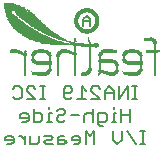
<source format=gbr>
G04 EAGLE Gerber RS-274X export*
G75*
%MOMM*%
%FSLAX34Y34*%
%LPD*%
%INSilkscreen Bottom*%
%IPPOS*%
%AMOC8*
5,1,8,0,0,1.08239X$1,22.5*%
G01*
%ADD10C,0.177800*%
%ADD11R,0.137159X0.015241*%
%ADD12R,0.594359X0.015241*%
%ADD13R,0.335281X0.015241*%
%ADD14R,0.594363X0.015241*%
%ADD15R,0.243841X0.015238*%
%ADD16R,0.822959X0.015238*%
%ADD17R,0.472441X0.015238*%
%ADD18R,0.015238X0.015238*%
%ADD19R,0.426719X0.015238*%
%ADD20R,0.243838X0.015238*%
%ADD21R,0.822963X0.015238*%
%ADD22R,0.243841X0.015241*%
%ADD23R,0.975359X0.015241*%
%ADD24R,0.563878X0.015241*%
%ADD25R,0.030478X0.015241*%
%ADD26R,0.502919X0.015241*%
%ADD27R,0.243838X0.015241*%
%ADD28R,1.082037X0.015241*%
%ADD29R,0.655319X0.015241*%
%ADD30R,0.045719X0.015241*%
%ADD31R,0.548641X0.015241*%
%ADD32R,1.082041X0.015241*%
%ADD33R,1.203959X0.015241*%
%ADD34R,0.731522X0.015241*%
%ADD35R,0.060959X0.015241*%
%ADD36R,0.579119X0.015241*%
%ADD37R,1.188719X0.015241*%
%ADD38R,1.280163X0.015241*%
%ADD39R,0.792478X0.015241*%
%ADD40R,0.076200X0.015241*%
%ADD41R,1.280159X0.015241*%
%ADD42R,1.371600X0.015238*%
%ADD43R,0.868681X0.015238*%
%ADD44R,0.091438X0.015238*%
%ADD45R,0.624841X0.015238*%
%ADD46R,1.417319X0.015241*%
%ADD47R,0.929641X0.015241*%
%ADD48R,0.091438X0.015241*%
%ADD49R,0.640078X0.015241*%
%ADD50R,1.432559X0.015241*%
%ADD51R,0.975363X0.015241*%
%ADD52R,0.106678X0.015241*%
%ADD53R,1.447800X0.015241*%
%ADD54R,1.036319X0.015241*%
%ADD55R,0.121919X0.015241*%
%ADD56R,0.670559X0.015241*%
%ADD57R,1.463037X0.015241*%
%ADD58R,1.097278X0.015241*%
%ADD59R,0.685800X0.015241*%
%ADD60R,1.463041X0.015241*%
%ADD61R,1.478278X0.015238*%
%ADD62R,1.143000X0.015238*%
%ADD63R,0.152400X0.015238*%
%ADD64R,0.701041X0.015238*%
%ADD65R,1.493519X0.015241*%
%ADD66R,1.188722X0.015241*%
%ADD67R,0.167637X0.015241*%
%ADD68R,0.701037X0.015241*%
%ADD69R,1.508759X0.015241*%
%ADD70R,1.219200X0.015241*%
%ADD71R,0.182878X0.015241*%
%ADD72R,1.524000X0.015241*%
%ADD73R,0.198119X0.015241*%
%ADD74R,0.426719X0.015241*%
%ADD75R,0.777241X0.015241*%
%ADD76R,0.213359X0.015241*%
%ADD77R,0.518159X0.015241*%
%ADD78R,0.411478X0.015238*%
%ADD79R,0.396238X0.015238*%
%ADD80R,0.365759X0.015238*%
%ADD81R,0.685800X0.015238*%
%ADD82R,0.213359X0.015238*%
%ADD83R,0.441959X0.015238*%
%ADD84R,0.411481X0.015238*%
%ADD85R,0.396241X0.015238*%
%ADD86R,0.365759X0.015241*%
%ADD87R,0.335278X0.015241*%
%ADD88R,0.868678X0.015241*%
%ADD89R,0.396241X0.015241*%
%ADD90R,0.365762X0.015241*%
%ADD91R,0.350519X0.015241*%
%ADD92R,0.320041X0.015241*%
%ADD93R,0.350522X0.015241*%
%ADD94R,0.304800X0.015241*%
%ADD95R,0.731519X0.015241*%
%ADD96R,0.320038X0.015241*%
%ADD97R,0.289559X0.015241*%
%ADD98R,0.289559X0.015238*%
%ADD99R,0.274319X0.015238*%
%ADD100R,0.609600X0.015238*%
%ADD101R,0.304800X0.015238*%
%ADD102R,0.274322X0.015241*%
%ADD103R,0.274319X0.015241*%
%ADD104R,0.259081X0.015241*%
%ADD105R,0.457200X0.015241*%
%ADD106R,0.411478X0.015241*%
%ADD107R,0.259081X0.015238*%
%ADD108R,0.259078X0.015238*%
%ADD109R,0.259078X0.015241*%
%ADD110R,0.228600X0.015241*%
%ADD111R,0.228600X0.015238*%
%ADD112R,0.274322X0.015238*%
%ADD113R,1.295400X0.015241*%
%ADD114R,1.386841X0.015241*%
%ADD115R,1.478281X0.015241*%
%ADD116R,1.508763X0.015238*%
%ADD117R,0.320041X0.015238*%
%ADD118R,1.508759X0.015238*%
%ADD119R,1.539241X0.015241*%
%ADD120R,1.569722X0.015241*%
%ADD121R,1.584963X0.015241*%
%ADD122R,0.441959X0.015241*%
%ADD123R,1.584959X0.015241*%
%ADD124R,1.600200X0.015241*%
%ADD125R,0.640081X0.015241*%
%ADD126R,1.615441X0.015238*%
%ADD127R,0.899163X0.015238*%
%ADD128R,1.630681X0.015241*%
%ADD129R,1.127759X0.015241*%
%ADD130R,1.645922X0.015241*%
%ADD131R,1.569719X0.015241*%
%ADD132R,1.661163X0.015241*%
%ADD133R,1.554478X0.015241*%
%ADD134R,1.661159X0.015241*%
%ADD135R,1.661163X0.015238*%
%ADD136R,1.539238X0.015238*%
%ADD137R,1.661159X0.015238*%
%ADD138R,1.676400X0.015241*%
%ADD139R,0.381000X0.015241*%
%ADD140R,1.478278X0.015241*%
%ADD141R,1.432559X0.015238*%
%ADD142R,1.402078X0.015241*%
%ADD143R,1.356359X0.015241*%
%ADD144R,1.310638X0.015241*%
%ADD145R,0.381000X0.015238*%
%ADD146R,0.472441X0.015241*%
%ADD147R,0.289563X0.015241*%
%ADD148R,0.472438X0.015241*%
%ADD149R,0.533400X0.015241*%
%ADD150R,0.548638X0.015238*%
%ADD151R,0.320038X0.015238*%
%ADD152R,0.716281X0.015241*%
%ADD153R,0.411481X0.015241*%
%ADD154R,0.015238X0.015241*%
%ADD155R,0.426722X0.015241*%
%ADD156R,0.883919X0.015241*%
%ADD157R,0.502922X0.015241*%
%ADD158R,0.487678X0.015241*%
%ADD159R,0.746759X0.015241*%
%ADD160R,0.487681X0.015241*%
%ADD161R,0.579122X0.015241*%
%ADD162R,0.914400X0.015238*%
%ADD163R,1.447800X0.015238*%
%ADD164R,0.350519X0.015238*%
%ADD165R,0.563881X0.015238*%
%ADD166R,0.198119X0.015238*%
%ADD167R,1.051559X0.015238*%
%ADD168R,0.182881X0.015241*%
%ADD169R,1.021078X0.015241*%
%ADD170R,0.960119X0.015241*%
%ADD171R,1.402081X0.015241*%
%ADD172R,1.234441X0.015241*%
%ADD173R,0.167641X0.015241*%
%ADD174R,1.005841X0.015241*%
%ADD175R,0.990600X0.015241*%
%ADD176R,1.386838X0.015241*%
%ADD177R,0.152400X0.015241*%
%ADD178R,1.143000X0.015241*%
%ADD179R,1.356363X0.015241*%
%ADD180R,0.944878X0.015241*%
%ADD181R,1.036319X0.015238*%
%ADD182R,1.325881X0.015238*%
%ADD183R,1.402078X0.015238*%
%ADD184R,1.112522X0.015238*%
%ADD185R,0.137159X0.015238*%
%ADD186R,1.051559X0.015241*%
%ADD187R,1.066800X0.015241*%
%ADD188R,1.264919X0.015241*%
%ADD189R,1.371600X0.015241*%
%ADD190R,0.106681X0.015241*%
%ADD191R,0.853441X0.015241*%
%ADD192R,1.112519X0.015241*%
%ADD193R,1.203963X0.015241*%
%ADD194R,0.091441X0.015241*%
%ADD195R,0.822959X0.015241*%
%ADD196R,1.173481X0.015241*%
%ADD197R,1.341119X0.015241*%
%ADD198R,0.914400X0.015241*%
%ADD199R,1.158241X0.015238*%
%ADD200R,1.112519X0.015238*%
%ADD201R,1.325878X0.015238*%
%ADD202R,0.853441X0.015238*%
%ADD203R,0.060959X0.015238*%
%ADD204R,0.762000X0.015238*%
%ADD205R,1.249681X0.015241*%
%ADD206R,1.036322X0.015241*%
%ADD207R,0.716278X0.015241*%
%ADD208R,0.883922X0.015241*%
%ADD209R,0.030481X0.015241*%
%ADD210R,0.624841X0.015241*%
%ADD211R,0.563881X0.015241*%
%ADD212R,0.015241X0.015241*%
%ADD213R,0.502919X0.015238*%
%ADD214R,0.777241X0.015238*%
%ADD215R,0.457200X0.015238*%
%ADD216R,0.838200X0.015241*%
%ADD217R,1.615441X0.015241*%
%ADD218R,1.752600X0.015241*%
%ADD219R,1.859281X0.015241*%
%ADD220R,2.118359X0.015238*%
%ADD221R,2.118359X0.015241*%
%ADD222R,2.209800X0.015241*%
%ADD223R,2.286000X0.015241*%
%ADD224R,0.198122X0.015241*%
%ADD225R,2.362200X0.015238*%
%ADD226R,1.082041X0.015238*%
%ADD227R,1.828800X0.015241*%
%ADD228R,1.417322X0.015241*%
%ADD229R,2.971800X0.015241*%
%ADD230R,1.173478X0.015241*%
%ADD231R,0.807722X0.015241*%
%ADD232R,0.441963X0.015241*%
%ADD233R,0.594359X0.015238*%
%ADD234R,1.249678X0.015238*%
%ADD235R,0.624838X0.015238*%
%ADD236R,1.158241X0.015241*%
%ADD237R,0.777238X0.015241*%
%ADD238R,0.929638X0.015241*%
%ADD239R,0.944881X0.015241*%
%ADD240R,2.042162X0.015241*%
%ADD241R,0.167641X0.015238*%
%ADD242R,2.026919X0.015238*%
%ADD243R,1.935478X0.015241*%
%ADD244R,1.706881X0.015241*%
%ADD245R,0.076200X0.015238*%
%ADD246R,1.524000X0.015238*%
%ADD247R,1.325878X0.015241*%
%ADD248R,1.158238X0.015241*%
%ADD249R,0.106678X0.015238*%
%ADD250R,0.213363X0.015238*%
%ADD251R,1.021081X0.015241*%
%ADD252R,0.960122X0.015241*%
%ADD253R,1.798319X0.015241*%
%ADD254R,0.944881X0.015238*%
%ADD255R,0.335278X0.015238*%
%ADD256R,1.691641X0.015238*%
%ADD257R,0.213363X0.015241*%
%ADD258R,1.950722X0.015241*%
%ADD259R,0.899159X0.015241*%
%ADD260R,0.883922X0.015238*%
%ADD261R,0.045719X0.015238*%
%ADD262R,1.950722X0.015238*%
%ADD263R,0.868681X0.015241*%
%ADD264R,1.935481X0.015241*%
%ADD265R,1.920241X0.015241*%
%ADD266R,0.015241X0.015238*%
%ADD267R,0.518159X0.015238*%
%ADD268R,1.905000X0.015238*%
%ADD269R,0.548638X0.015241*%
%ADD270R,1.905000X0.015241*%
%ADD271R,1.889759X0.015241*%
%ADD272R,1.889763X0.015241*%
%ADD273R,1.874519X0.015241*%
%ADD274R,1.859281X0.015238*%
%ADD275R,0.609600X0.015241*%
%ADD276R,1.859278X0.015241*%
%ADD277R,1.844041X0.015241*%
%ADD278R,1.844037X0.015241*%
%ADD279R,0.670559X0.015238*%
%ADD280R,1.828800X0.015238*%
%ADD281R,0.701041X0.015241*%
%ADD282R,1.798322X0.015241*%
%ADD283R,0.731519X0.015238*%
%ADD284R,1.798319X0.015238*%
%ADD285R,0.762000X0.015241*%
%ADD286R,1.783078X0.015241*%
%ADD287R,1.691641X0.015241*%
%ADD288R,0.167637X0.015238*%
%ADD289R,1.356359X0.015238*%
%ADD290R,0.929641X0.015238*%
%ADD291R,0.701037X0.015238*%
%ADD292R,0.853438X0.015241*%
%ADD293R,0.807719X0.015241*%
%ADD294R,0.792481X0.015241*%
%ADD295R,0.822963X0.015241*%
%ADD296R,1.706878X0.015241*%
%ADD297R,0.960122X0.015238*%
%ADD298R,1.645922X0.015238*%
%ADD299R,1.645919X0.015241*%
%ADD300R,0.045722X0.015241*%
%ADD301R,0.030481X0.015238*%
%ADD302R,1.615438X0.015238*%
%ADD303R,1.005841X0.015238*%
%ADD304R,1.569719X0.015238*%
%ADD305R,1.554481X0.015241*%
%ADD306R,1.539238X0.015241*%
%ADD307R,1.066800X0.015238*%
%ADD308R,1.493522X0.015241*%
%ADD309R,1.097281X0.015238*%
%ADD310R,1.432562X0.015241*%
%ADD311R,1.417319X0.015238*%
%ADD312R,0.960119X0.015238*%
%ADD313R,1.325881X0.015241*%
%ADD314R,1.051562X0.015241*%
%ADD315R,1.097281X0.015241*%
%ADD316R,0.746759X0.015238*%
%ADD317R,0.655322X0.015241*%
%ADD318R,0.060963X0.015241*%
%ADD319R,1.234438X0.015241*%
%ADD320R,1.188719X0.015238*%
%ADD321R,1.219200X0.015238*%
%ADD322R,1.173481X0.015238*%
%ADD323R,1.127763X0.015241*%
%ADD324R,1.127759X0.015238*%
%ADD325R,1.203959X0.015238*%
%ADD326R,1.051562X0.015238*%
%ADD327R,1.249681X0.015238*%
%ADD328R,0.030478X0.015238*%
%ADD329R,1.310638X0.015238*%
%ADD330R,1.341122X0.015241*%
%ADD331R,1.386841X0.015238*%
%ADD332R,0.563878X0.015238*%
%ADD333R,0.838200X0.015238*%
%ADD334R,0.807719X0.015238*%
%ADD335R,0.899159X0.015238*%
%ADD336R,0.746762X0.015241*%
%ADD337R,0.716278X0.015238*%
%ADD338R,0.533400X0.015238*%
%ADD339R,0.990600X0.015238*%
%ADD340R,0.198122X0.015238*%
%ADD341R,0.579119X0.015238*%
%ADD342R,0.137162X0.015241*%
%ADD343R,0.182878X0.015238*%
%ADD344R,1.600200X0.015238*%
%ADD345R,0.182881X0.015238*%
%ADD346R,1.554481X0.015238*%
%ADD347R,1.508763X0.015241*%
%ADD348R,0.091441X0.015238*%
%ADD349R,1.463041X0.015238*%
%ADD350R,1.280159X0.015238*%
%ADD351R,1.249678X0.015241*%
%ADD352C,0.304800*%
%ADD353C,0.203200*%


D10*
X419443Y94869D02*
X415799Y94869D01*
X417621Y94869D02*
X417621Y105800D01*
X419443Y105800D02*
X415799Y105800D01*
X411647Y105800D02*
X411647Y94869D01*
X404359Y94869D02*
X411647Y105800D01*
X404359Y105800D02*
X404359Y94869D01*
X399953Y94869D02*
X399953Y102157D01*
X396309Y105800D01*
X392666Y102157D01*
X392666Y94869D01*
X392666Y100335D02*
X399953Y100335D01*
X388259Y94869D02*
X380972Y94869D01*
X388259Y94869D02*
X380972Y102157D01*
X380972Y103978D01*
X382793Y105800D01*
X386437Y105800D01*
X388259Y103978D01*
X376565Y102157D02*
X372921Y105800D01*
X372921Y94869D01*
X369278Y94869D02*
X376565Y94869D01*
X364871Y96691D02*
X363049Y94869D01*
X359405Y94869D01*
X357584Y96691D01*
X357584Y103978D01*
X359405Y105800D01*
X363049Y105800D01*
X364871Y103978D01*
X364871Y102157D01*
X363049Y100335D01*
X357584Y100335D01*
X341483Y94869D02*
X337839Y94869D01*
X339661Y94869D02*
X339661Y105800D01*
X341483Y105800D02*
X337839Y105800D01*
X333687Y94869D02*
X326400Y94869D01*
X333687Y94869D02*
X326400Y102157D01*
X326400Y103978D01*
X328222Y105800D01*
X331865Y105800D01*
X333687Y103978D01*
X316528Y105800D02*
X314706Y103978D01*
X316528Y105800D02*
X320171Y105800D01*
X321993Y103978D01*
X321993Y96691D01*
X320171Y94869D01*
X316528Y94869D01*
X314706Y96691D01*
X413596Y86750D02*
X413596Y75819D01*
X413596Y81285D02*
X406308Y81285D01*
X406308Y86750D02*
X406308Y75819D01*
X401902Y83107D02*
X400080Y83107D01*
X400080Y75819D01*
X401902Y75819D02*
X398258Y75819D01*
X400080Y86750D02*
X400080Y88572D01*
X390462Y72175D02*
X388640Y72175D01*
X386819Y73997D01*
X386819Y83107D01*
X392284Y83107D01*
X394106Y81285D01*
X394106Y77641D01*
X392284Y75819D01*
X386819Y75819D01*
X382412Y75819D02*
X382412Y86750D01*
X380590Y83107D02*
X382412Y81285D01*
X380590Y83107D02*
X376946Y83107D01*
X375125Y81285D01*
X375125Y75819D01*
X370718Y81285D02*
X363431Y81285D01*
X353558Y86750D02*
X351737Y84928D01*
X353558Y86750D02*
X357202Y86750D01*
X359024Y84928D01*
X359024Y83107D01*
X357202Y81285D01*
X353558Y81285D01*
X351737Y79463D01*
X351737Y77641D01*
X353558Y75819D01*
X357202Y75819D01*
X359024Y77641D01*
X347330Y83107D02*
X345508Y83107D01*
X345508Y75819D01*
X347330Y75819D02*
X343686Y75819D01*
X345508Y86750D02*
X345508Y88572D01*
X332247Y86750D02*
X332247Y75819D01*
X337712Y75819D01*
X339534Y77641D01*
X339534Y81285D01*
X337712Y83107D01*
X332247Y83107D01*
X326018Y75819D02*
X322375Y75819D01*
X326018Y75819D02*
X327840Y77641D01*
X327840Y81285D01*
X326018Y83107D01*
X322375Y83107D01*
X320553Y81285D01*
X320553Y79463D01*
X327840Y79463D01*
X422621Y56769D02*
X426264Y56769D01*
X424443Y56769D02*
X424443Y67700D01*
X426264Y67700D02*
X422621Y67700D01*
X411181Y67700D02*
X418469Y56769D01*
X406775Y60413D02*
X406775Y67700D01*
X406775Y60413D02*
X403131Y56769D01*
X399487Y60413D01*
X399487Y67700D01*
X383387Y67700D02*
X383387Y56769D01*
X379743Y64057D02*
X383387Y67700D01*
X379743Y64057D02*
X376099Y67700D01*
X376099Y56769D01*
X369871Y56769D02*
X366227Y56769D01*
X369871Y56769D02*
X371693Y58591D01*
X371693Y62235D01*
X369871Y64057D01*
X366227Y64057D01*
X364405Y62235D01*
X364405Y60413D01*
X371693Y60413D01*
X358177Y64057D02*
X354533Y64057D01*
X352711Y62235D01*
X352711Y56769D01*
X358177Y56769D01*
X359999Y58591D01*
X358177Y60413D01*
X352711Y60413D01*
X348305Y56769D02*
X342839Y56769D01*
X341017Y58591D01*
X342839Y60413D01*
X346483Y60413D01*
X348305Y62235D01*
X346483Y64057D01*
X341017Y64057D01*
X336611Y64057D02*
X336611Y58591D01*
X334789Y56769D01*
X329323Y56769D01*
X329323Y64057D01*
X324917Y64057D02*
X324917Y56769D01*
X324917Y60413D02*
X321273Y64057D01*
X319451Y64057D01*
X313350Y56769D02*
X309706Y56769D01*
X313350Y56769D02*
X315172Y58591D01*
X315172Y62235D01*
X313350Y64057D01*
X309706Y64057D01*
X307884Y62235D01*
X307884Y60413D01*
X315172Y60413D01*
D11*
X398628Y114757D03*
D12*
X416458Y114910D03*
D13*
X398551Y114910D03*
D14*
X339344Y114910D03*
D15*
X434823Y115062D03*
D16*
X416077Y115062D03*
D17*
X398475Y115062D03*
D18*
X387350Y115062D03*
D19*
X374777Y115062D03*
D20*
X367157Y115062D03*
D15*
X352527Y115062D03*
D21*
X338963Y115062D03*
D15*
X324790Y115062D03*
D22*
X434823Y115214D03*
D23*
X415773Y115214D03*
D24*
X398323Y115214D03*
D25*
X387426Y115214D03*
D26*
X375158Y115214D03*
D27*
X367157Y115214D03*
D22*
X352527Y115214D03*
D23*
X338658Y115214D03*
D22*
X324790Y115214D03*
X434823Y115367D03*
D28*
X415544Y115367D03*
D29*
X398170Y115367D03*
D30*
X387502Y115367D03*
D31*
X375387Y115367D03*
D27*
X367157Y115367D03*
D22*
X352527Y115367D03*
D32*
X338430Y115367D03*
D22*
X324790Y115367D03*
X434823Y115519D03*
D33*
X415392Y115519D03*
D34*
X398094Y115519D03*
D35*
X387579Y115519D03*
D36*
X375539Y115519D03*
D27*
X367157Y115519D03*
D22*
X352527Y115519D03*
D37*
X338201Y115519D03*
D22*
X324790Y115519D03*
X434823Y115672D03*
D38*
X415163Y115672D03*
D39*
X397942Y115672D03*
D40*
X387655Y115672D03*
D12*
X375615Y115672D03*
D27*
X367157Y115672D03*
D22*
X352527Y115672D03*
D41*
X338049Y115672D03*
D22*
X324790Y115672D03*
D15*
X434823Y115824D03*
D42*
X415011Y115824D03*
D43*
X397866Y115824D03*
D44*
X387731Y115824D03*
D45*
X375768Y115824D03*
D20*
X367157Y115824D03*
D15*
X352527Y115824D03*
D42*
X337896Y115824D03*
D15*
X324790Y115824D03*
D22*
X434823Y115976D03*
D46*
X414934Y115976D03*
D47*
X397713Y115976D03*
D48*
X387731Y115976D03*
D49*
X375844Y115976D03*
D27*
X367157Y115976D03*
D22*
X352527Y115976D03*
D46*
X337820Y115976D03*
D22*
X324790Y115976D03*
X434823Y116129D03*
D50*
X415011Y116129D03*
D51*
X397637Y116129D03*
D52*
X387807Y116129D03*
D29*
X375920Y116129D03*
D27*
X367157Y116129D03*
D22*
X352527Y116129D03*
D50*
X337896Y116129D03*
D22*
X324790Y116129D03*
X434823Y116281D03*
D53*
X415087Y116281D03*
D54*
X397485Y116281D03*
D55*
X387883Y116281D03*
D56*
X375996Y116281D03*
D27*
X367157Y116281D03*
D22*
X352527Y116281D03*
D53*
X337972Y116281D03*
D22*
X324790Y116281D03*
X434823Y116434D03*
D57*
X415163Y116434D03*
D58*
X397332Y116434D03*
D11*
X387960Y116434D03*
D59*
X376072Y116434D03*
D27*
X367157Y116434D03*
D22*
X352527Y116434D03*
D60*
X338049Y116434D03*
D22*
X324790Y116434D03*
D15*
X434823Y116586D03*
D61*
X415239Y116586D03*
D62*
X397256Y116586D03*
D63*
X388036Y116586D03*
D64*
X376149Y116586D03*
D20*
X367157Y116586D03*
D15*
X352527Y116586D03*
D61*
X338125Y116586D03*
D15*
X324790Y116586D03*
D22*
X434823Y116738D03*
D65*
X415315Y116738D03*
D66*
X397180Y116738D03*
D67*
X388112Y116738D03*
D68*
X376301Y116738D03*
D27*
X367157Y116738D03*
D22*
X352527Y116738D03*
D65*
X338201Y116738D03*
D22*
X324790Y116738D03*
X434823Y116891D03*
D69*
X415392Y116891D03*
D70*
X397027Y116891D03*
D71*
X388188Y116891D03*
D49*
X376758Y116891D03*
D27*
X367157Y116891D03*
D22*
X352527Y116891D03*
D69*
X338277Y116891D03*
D22*
X324790Y116891D03*
X434823Y117043D03*
D72*
X415468Y117043D03*
D38*
X396875Y117043D03*
D73*
X388264Y117043D03*
D24*
X377139Y117043D03*
D27*
X367157Y117043D03*
D22*
X352527Y117043D03*
D72*
X338353Y117043D03*
D22*
X324790Y117043D03*
X434823Y117196D03*
D72*
X415468Y117196D03*
D74*
X401295Y117196D03*
D75*
X394056Y117196D03*
D76*
X388341Y117196D03*
D77*
X377520Y117196D03*
D27*
X367157Y117196D03*
D22*
X352527Y117196D03*
D72*
X338353Y117196D03*
D22*
X324790Y117196D03*
D15*
X434823Y117348D03*
D78*
X421183Y117348D03*
D79*
X409829Y117348D03*
D80*
X401599Y117348D03*
D81*
X393294Y117348D03*
D82*
X388341Y117348D03*
D83*
X377901Y117348D03*
D20*
X367157Y117348D03*
D15*
X352527Y117348D03*
D84*
X344068Y117348D03*
D85*
X332715Y117348D03*
D15*
X324790Y117348D03*
D22*
X434823Y117500D03*
D86*
X421411Y117500D03*
D76*
X408915Y117500D03*
D87*
X401904Y117500D03*
D88*
X391617Y117500D03*
D89*
X378282Y117500D03*
D27*
X367157Y117500D03*
D22*
X352527Y117500D03*
D90*
X344297Y117500D03*
D76*
X331800Y117500D03*
D22*
X324790Y117500D03*
X434823Y117653D03*
D91*
X421640Y117653D03*
D40*
X408229Y117653D03*
D92*
X401980Y117653D03*
D39*
X391236Y117653D03*
D93*
X378511Y117653D03*
D27*
X367157Y117653D03*
D22*
X352527Y117653D03*
D91*
X344526Y117653D03*
D40*
X331114Y117653D03*
D22*
X324790Y117653D03*
X434823Y117805D03*
D92*
X421792Y117805D03*
D94*
X402209Y117805D03*
D95*
X390931Y117805D03*
D13*
X378739Y117805D03*
D27*
X367157Y117805D03*
D22*
X352527Y117805D03*
D96*
X344678Y117805D03*
D22*
X324790Y117805D03*
X434823Y117958D03*
D94*
X422021Y117958D03*
D97*
X402285Y117958D03*
D56*
X390627Y117958D03*
D94*
X378892Y117958D03*
D27*
X367157Y117958D03*
D22*
X352527Y117958D03*
D94*
X344907Y117958D03*
D22*
X324790Y117958D03*
D15*
X434823Y118110D03*
D98*
X422097Y118110D03*
D99*
X402361Y118110D03*
D100*
X390322Y118110D03*
D101*
X379044Y118110D03*
D20*
X367157Y118110D03*
D15*
X352527Y118110D03*
D98*
X344983Y118110D03*
D15*
X324790Y118110D03*
D22*
X434823Y118262D03*
D97*
X422250Y118262D03*
D102*
X402514Y118262D03*
D24*
X390093Y118262D03*
D97*
X379120Y118262D03*
D27*
X367157Y118262D03*
D22*
X352527Y118262D03*
D97*
X345135Y118262D03*
D22*
X324790Y118262D03*
X434823Y118415D03*
D102*
X422326Y118415D03*
X402514Y118415D03*
D26*
X389788Y118415D03*
D103*
X379197Y118415D03*
D27*
X367157Y118415D03*
D22*
X352527Y118415D03*
D103*
X345211Y118415D03*
D22*
X324790Y118415D03*
X434823Y118567D03*
D102*
X422326Y118567D03*
D104*
X402590Y118567D03*
D105*
X389560Y118567D03*
D97*
X379273Y118567D03*
D27*
X367157Y118567D03*
D22*
X352527Y118567D03*
D103*
X345211Y118567D03*
D22*
X324790Y118567D03*
X434823Y118720D03*
D102*
X422478Y118720D03*
D104*
X402590Y118720D03*
D106*
X389331Y118720D03*
D103*
X379349Y118720D03*
D27*
X367157Y118720D03*
D22*
X352527Y118720D03*
D102*
X345364Y118720D03*
D22*
X324790Y118720D03*
D15*
X434823Y118872D03*
D107*
X422554Y118872D03*
X402742Y118872D03*
D80*
X389103Y118872D03*
D108*
X379425Y118872D03*
D20*
X367157Y118872D03*
D15*
X352527Y118872D03*
D107*
X345440Y118872D03*
D15*
X324790Y118872D03*
D22*
X434823Y119024D03*
D104*
X422554Y119024D03*
X402742Y119024D03*
D96*
X388874Y119024D03*
D109*
X379425Y119024D03*
D27*
X367157Y119024D03*
D22*
X352527Y119024D03*
D104*
X345440Y119024D03*
D22*
X324790Y119024D03*
X434823Y119177D03*
D109*
X422707Y119177D03*
D104*
X402742Y119177D03*
D103*
X388645Y119177D03*
X379501Y119177D03*
D27*
X367157Y119177D03*
D22*
X352527Y119177D03*
D104*
X345592Y119177D03*
D22*
X324790Y119177D03*
X434823Y119329D03*
D109*
X422707Y119329D03*
D22*
X402819Y119329D03*
D110*
X388417Y119329D03*
D104*
X379578Y119329D03*
D27*
X367157Y119329D03*
D22*
X352527Y119329D03*
D104*
X345592Y119329D03*
D22*
X324790Y119329D03*
X434823Y119482D03*
D27*
X422783Y119482D03*
D22*
X402819Y119482D03*
D110*
X388417Y119482D03*
D104*
X379578Y119482D03*
D27*
X367157Y119482D03*
D22*
X352527Y119482D03*
X345669Y119482D03*
X324790Y119482D03*
D15*
X434823Y119634D03*
D20*
X422783Y119634D03*
D15*
X402819Y119634D03*
D111*
X388417Y119634D03*
D107*
X379578Y119634D03*
D20*
X367157Y119634D03*
D15*
X352527Y119634D03*
X345669Y119634D03*
X324790Y119634D03*
D22*
X434823Y119786D03*
D109*
X422859Y119786D03*
D22*
X402819Y119786D03*
D110*
X388417Y119786D03*
D22*
X379654Y119786D03*
D27*
X367157Y119786D03*
D22*
X352527Y119786D03*
D109*
X345745Y119786D03*
D22*
X324790Y119786D03*
X434823Y119939D03*
X422935Y119939D03*
X402819Y119939D03*
D110*
X388417Y119939D03*
D104*
X379730Y119939D03*
D27*
X367157Y119939D03*
D22*
X352527Y119939D03*
D27*
X345821Y119939D03*
D22*
X324790Y119939D03*
X434823Y120091D03*
X422935Y120091D03*
X402819Y120091D03*
D110*
X388417Y120091D03*
D104*
X379730Y120091D03*
D27*
X367157Y120091D03*
D22*
X352527Y120091D03*
D27*
X345821Y120091D03*
D22*
X324790Y120091D03*
X434823Y120244D03*
X422935Y120244D03*
X402819Y120244D03*
D110*
X388417Y120244D03*
D104*
X379730Y120244D03*
D27*
X367157Y120244D03*
D22*
X352527Y120244D03*
D27*
X345821Y120244D03*
D22*
X324790Y120244D03*
D15*
X434823Y120396D03*
X422935Y120396D03*
X402819Y120396D03*
D111*
X388417Y120396D03*
D15*
X379806Y120396D03*
D20*
X367157Y120396D03*
D15*
X352527Y120396D03*
D20*
X345821Y120396D03*
D15*
X324790Y120396D03*
D22*
X434823Y120548D03*
X423088Y120548D03*
X402819Y120548D03*
D110*
X388417Y120548D03*
D22*
X379806Y120548D03*
D27*
X367157Y120548D03*
D22*
X352527Y120548D03*
X345973Y120548D03*
X324790Y120548D03*
X434823Y120701D03*
X423088Y120701D03*
X402819Y120701D03*
D110*
X388417Y120701D03*
D22*
X379806Y120701D03*
D27*
X367157Y120701D03*
D22*
X352527Y120701D03*
X345973Y120701D03*
X324790Y120701D03*
X434823Y120853D03*
X423088Y120853D03*
X402819Y120853D03*
D110*
X388417Y120853D03*
D22*
X379806Y120853D03*
D27*
X367157Y120853D03*
D22*
X352527Y120853D03*
X345973Y120853D03*
X324790Y120853D03*
X434823Y121006D03*
X423088Y121006D03*
X402819Y121006D03*
D110*
X388417Y121006D03*
D22*
X379806Y121006D03*
D27*
X367157Y121006D03*
D22*
X352527Y121006D03*
X345973Y121006D03*
X324790Y121006D03*
D15*
X434823Y121158D03*
X423088Y121158D03*
X402819Y121158D03*
D111*
X388417Y121158D03*
D15*
X379806Y121158D03*
D20*
X367157Y121158D03*
D15*
X352527Y121158D03*
X345973Y121158D03*
X324790Y121158D03*
D22*
X434823Y121310D03*
D110*
X423164Y121310D03*
D22*
X402819Y121310D03*
D110*
X388417Y121310D03*
D22*
X379806Y121310D03*
D27*
X367157Y121310D03*
D22*
X352527Y121310D03*
D110*
X346050Y121310D03*
D22*
X324790Y121310D03*
X434823Y121463D03*
D110*
X423164Y121463D03*
D22*
X402819Y121463D03*
D110*
X388417Y121463D03*
D22*
X379959Y121463D03*
D27*
X367157Y121463D03*
D22*
X352527Y121463D03*
D110*
X346050Y121463D03*
D22*
X324790Y121463D03*
X434823Y121615D03*
X423240Y121615D03*
X402819Y121615D03*
D110*
X388417Y121615D03*
D22*
X379959Y121615D03*
D27*
X367157Y121615D03*
D22*
X352527Y121615D03*
X346126Y121615D03*
X324790Y121615D03*
X434823Y121768D03*
X423240Y121768D03*
X402819Y121768D03*
D110*
X388417Y121768D03*
D22*
X379959Y121768D03*
D27*
X367157Y121768D03*
D22*
X352527Y121768D03*
X346126Y121768D03*
X324790Y121768D03*
D15*
X434823Y121920D03*
X423240Y121920D03*
X402819Y121920D03*
D111*
X388417Y121920D03*
D15*
X379959Y121920D03*
D20*
X367157Y121920D03*
D15*
X352527Y121920D03*
X346126Y121920D03*
X324790Y121920D03*
D22*
X434823Y122072D03*
X423240Y122072D03*
X402819Y122072D03*
D110*
X388417Y122072D03*
D22*
X379959Y122072D03*
D27*
X367157Y122072D03*
D22*
X352527Y122072D03*
X346126Y122072D03*
X324790Y122072D03*
X434823Y122225D03*
X423240Y122225D03*
X402819Y122225D03*
D110*
X388417Y122225D03*
D22*
X379959Y122225D03*
D27*
X367157Y122225D03*
D22*
X352527Y122225D03*
X346126Y122225D03*
X324790Y122225D03*
X434823Y122377D03*
X423240Y122377D03*
X402819Y122377D03*
D110*
X388417Y122377D03*
D22*
X379959Y122377D03*
D27*
X367157Y122377D03*
D22*
X352527Y122377D03*
X346126Y122377D03*
X324790Y122377D03*
X434823Y122530D03*
X423240Y122530D03*
X402819Y122530D03*
D110*
X388417Y122530D03*
D22*
X379959Y122530D03*
D27*
X367157Y122530D03*
D22*
X352527Y122530D03*
X346126Y122530D03*
X324790Y122530D03*
D15*
X434823Y122682D03*
X423240Y122682D03*
X402819Y122682D03*
D111*
X388417Y122682D03*
D15*
X379959Y122682D03*
D20*
X367157Y122682D03*
D15*
X352527Y122682D03*
X346126Y122682D03*
X324790Y122682D03*
D22*
X434823Y122834D03*
D110*
X423316Y122834D03*
D22*
X402819Y122834D03*
D110*
X388417Y122834D03*
D22*
X379959Y122834D03*
D27*
X367157Y122834D03*
D22*
X352527Y122834D03*
D110*
X346202Y122834D03*
D22*
X324790Y122834D03*
X434823Y122987D03*
D110*
X423316Y122987D03*
D22*
X402819Y122987D03*
D110*
X388417Y122987D03*
D22*
X379959Y122987D03*
D27*
X367157Y122987D03*
D22*
X352527Y122987D03*
D110*
X346202Y122987D03*
D22*
X324790Y122987D03*
X434823Y123139D03*
D110*
X423316Y123139D03*
D22*
X402819Y123139D03*
D110*
X388417Y123139D03*
D22*
X379959Y123139D03*
D27*
X367157Y123139D03*
D22*
X352527Y123139D03*
D110*
X346202Y123139D03*
D22*
X324790Y123139D03*
X434823Y123292D03*
D110*
X423316Y123292D03*
D22*
X402819Y123292D03*
D110*
X388417Y123292D03*
D22*
X379959Y123292D03*
D27*
X367157Y123292D03*
D22*
X352527Y123292D03*
D110*
X346202Y123292D03*
D22*
X324790Y123292D03*
D15*
X434823Y123444D03*
D111*
X423316Y123444D03*
D107*
X402742Y123444D03*
D111*
X388417Y123444D03*
D15*
X379959Y123444D03*
D20*
X367157Y123444D03*
D15*
X352527Y123444D03*
D111*
X346202Y123444D03*
D15*
X324790Y123444D03*
D22*
X434823Y123596D03*
D110*
X423316Y123596D03*
D104*
X402742Y123596D03*
D110*
X388417Y123596D03*
D22*
X379959Y123596D03*
D27*
X367157Y123596D03*
D22*
X352527Y123596D03*
D110*
X346202Y123596D03*
D22*
X324790Y123596D03*
X434823Y123749D03*
X423393Y123749D03*
D104*
X402742Y123749D03*
D110*
X388417Y123749D03*
D22*
X379959Y123749D03*
D27*
X367157Y123749D03*
D22*
X352527Y123749D03*
D110*
X346202Y123749D03*
D22*
X324790Y123749D03*
X434823Y123901D03*
X423393Y123901D03*
D104*
X402590Y123901D03*
D110*
X388417Y123901D03*
D22*
X379959Y123901D03*
D27*
X367157Y123901D03*
D22*
X352527Y123901D03*
X346278Y123901D03*
X324790Y123901D03*
X434823Y124054D03*
X423393Y124054D03*
D104*
X402590Y124054D03*
D110*
X388417Y124054D03*
D22*
X379959Y124054D03*
D27*
X367157Y124054D03*
D22*
X352527Y124054D03*
X346278Y124054D03*
X324790Y124054D03*
D15*
X434823Y124206D03*
X423393Y124206D03*
D112*
X402514Y124206D03*
D111*
X388417Y124206D03*
D15*
X379959Y124206D03*
D20*
X367157Y124206D03*
D15*
X352527Y124206D03*
X346278Y124206D03*
X324790Y124206D03*
D22*
X434823Y124358D03*
D113*
X418135Y124358D03*
D97*
X402438Y124358D03*
D110*
X388417Y124358D03*
D22*
X379959Y124358D03*
D27*
X367157Y124358D03*
D22*
X352527Y124358D03*
D113*
X341020Y124358D03*
D22*
X324790Y124358D03*
X434823Y124511D03*
D114*
X417678Y124511D03*
D97*
X402285Y124511D03*
D110*
X388417Y124511D03*
D22*
X379959Y124511D03*
D27*
X367157Y124511D03*
D22*
X352527Y124511D03*
D114*
X340563Y124511D03*
D22*
X324790Y124511D03*
X434823Y124663D03*
D53*
X417373Y124663D03*
D94*
X402209Y124663D03*
D110*
X388417Y124663D03*
D22*
X379959Y124663D03*
D27*
X367157Y124663D03*
D22*
X352527Y124663D03*
D53*
X340258Y124663D03*
D22*
X324790Y124663D03*
X434823Y124816D03*
D115*
X417220Y124816D03*
D92*
X402133Y124816D03*
D110*
X388417Y124816D03*
D22*
X379959Y124816D03*
D27*
X367157Y124816D03*
D22*
X352527Y124816D03*
D115*
X340106Y124816D03*
D22*
X324790Y124816D03*
D15*
X434823Y124968D03*
D116*
X417068Y124968D03*
D117*
X401980Y124968D03*
D111*
X388417Y124968D03*
D15*
X379959Y124968D03*
D20*
X367157Y124968D03*
D15*
X352527Y124968D03*
D118*
X339954Y124968D03*
D15*
X324790Y124968D03*
D22*
X434823Y125120D03*
D119*
X416916Y125120D03*
D91*
X401828Y125120D03*
D110*
X388417Y125120D03*
D22*
X379959Y125120D03*
D27*
X367157Y125120D03*
D22*
X352527Y125120D03*
D119*
X339801Y125120D03*
D22*
X324790Y125120D03*
X434823Y125273D03*
D120*
X416763Y125273D03*
D86*
X401599Y125273D03*
D110*
X388417Y125273D03*
D22*
X379959Y125273D03*
D27*
X367157Y125273D03*
D22*
X352527Y125273D03*
D120*
X339649Y125273D03*
D22*
X324790Y125273D03*
X434823Y125425D03*
D121*
X416687Y125425D03*
D122*
X401218Y125425D03*
D110*
X388417Y125425D03*
D22*
X379959Y125425D03*
D27*
X367157Y125425D03*
D22*
X352527Y125425D03*
D123*
X339573Y125425D03*
D22*
X324790Y125425D03*
X434823Y125578D03*
D124*
X416611Y125578D03*
D125*
X400075Y125578D03*
D110*
X388417Y125578D03*
D22*
X379959Y125578D03*
D27*
X367157Y125578D03*
D22*
X352527Y125578D03*
D124*
X339496Y125578D03*
D22*
X324790Y125578D03*
D15*
X434823Y125730D03*
D126*
X416535Y125730D03*
D127*
X398780Y125730D03*
D111*
X388417Y125730D03*
D15*
X379959Y125730D03*
D20*
X367157Y125730D03*
D15*
X352527Y125730D03*
D126*
X339420Y125730D03*
D15*
X324790Y125730D03*
D22*
X434823Y125882D03*
D128*
X416458Y125882D03*
D129*
X397485Y125882D03*
D110*
X388417Y125882D03*
D22*
X379959Y125882D03*
D27*
X367157Y125882D03*
D22*
X352527Y125882D03*
D128*
X339344Y125882D03*
D22*
X324790Y125882D03*
X434823Y126035D03*
D130*
X416382Y126035D03*
D131*
X395122Y126035D03*
D22*
X379959Y126035D03*
D27*
X367157Y126035D03*
D22*
X352527Y126035D03*
D130*
X339268Y126035D03*
D22*
X324790Y126035D03*
X434823Y126187D03*
D130*
X416382Y126187D03*
D131*
X395122Y126187D03*
D22*
X379959Y126187D03*
D27*
X367157Y126187D03*
D22*
X352527Y126187D03*
D130*
X339268Y126187D03*
D22*
X324790Y126187D03*
X434823Y126340D03*
D132*
X416306Y126340D03*
D133*
X395046Y126340D03*
D22*
X379959Y126340D03*
D27*
X367157Y126340D03*
D22*
X352527Y126340D03*
D134*
X339192Y126340D03*
D22*
X324790Y126340D03*
D15*
X434823Y126492D03*
D135*
X416306Y126492D03*
D136*
X394970Y126492D03*
D15*
X379959Y126492D03*
D20*
X367157Y126492D03*
D15*
X352527Y126492D03*
D137*
X339192Y126492D03*
D15*
X324790Y126492D03*
D22*
X434823Y126644D03*
D138*
X416230Y126644D03*
D72*
X394894Y126644D03*
D22*
X379959Y126644D03*
D27*
X367157Y126644D03*
D22*
X352527Y126644D03*
D138*
X339115Y126644D03*
D22*
X324790Y126644D03*
X434823Y126797D03*
X423393Y126797D03*
D139*
X409753Y126797D03*
D69*
X394818Y126797D03*
D22*
X379959Y126797D03*
D27*
X367157Y126797D03*
D22*
X352527Y126797D03*
X346278Y126797D03*
D139*
X332638Y126797D03*
D22*
X324790Y126797D03*
X434823Y126949D03*
X423393Y126949D03*
D91*
X409448Y126949D03*
D140*
X394665Y126949D03*
D22*
X379959Y126949D03*
D27*
X367157Y126949D03*
D22*
X352527Y126949D03*
X346278Y126949D03*
D91*
X332334Y126949D03*
D22*
X324790Y126949D03*
X434823Y127102D03*
X423393Y127102D03*
D92*
X409296Y127102D03*
D57*
X394589Y127102D03*
D22*
X379959Y127102D03*
D27*
X367157Y127102D03*
D22*
X352527Y127102D03*
X346278Y127102D03*
D92*
X332181Y127102D03*
D22*
X324790Y127102D03*
D15*
X434823Y127254D03*
X423393Y127254D03*
D98*
X409143Y127254D03*
D141*
X394437Y127254D03*
D15*
X379959Y127254D03*
D20*
X367157Y127254D03*
D15*
X352527Y127254D03*
X346278Y127254D03*
D98*
X332029Y127254D03*
D15*
X324790Y127254D03*
D22*
X434823Y127406D03*
X423393Y127406D03*
D103*
X409067Y127406D03*
D142*
X394284Y127406D03*
D22*
X379959Y127406D03*
D27*
X367157Y127406D03*
D22*
X352527Y127406D03*
X346278Y127406D03*
D103*
X331953Y127406D03*
D22*
X324790Y127406D03*
X434823Y127559D03*
X423393Y127559D03*
D103*
X408915Y127559D03*
D143*
X394056Y127559D03*
D22*
X379959Y127559D03*
D27*
X367157Y127559D03*
D22*
X352527Y127559D03*
X346278Y127559D03*
D102*
X331800Y127559D03*
D22*
X324790Y127559D03*
X434823Y127711D03*
D110*
X423316Y127711D03*
D104*
X408838Y127711D03*
D144*
X393827Y127711D03*
D22*
X379959Y127711D03*
D27*
X367157Y127711D03*
D22*
X352527Y127711D03*
D110*
X346202Y127711D03*
D104*
X331724Y127711D03*
D22*
X324790Y127711D03*
X434823Y127864D03*
D110*
X423316Y127864D03*
D104*
X408838Y127864D03*
D70*
X393370Y127864D03*
D22*
X379959Y127864D03*
D27*
X367157Y127864D03*
D22*
X352527Y127864D03*
D110*
X346202Y127864D03*
D104*
X331724Y127864D03*
D22*
X324790Y127864D03*
D15*
X434823Y128016D03*
D111*
X423316Y128016D03*
D107*
X408838Y128016D03*
D111*
X388417Y128016D03*
D15*
X379959Y128016D03*
D20*
X367157Y128016D03*
D15*
X352527Y128016D03*
D111*
X346202Y128016D03*
D107*
X331724Y128016D03*
D15*
X324790Y128016D03*
D22*
X434823Y128168D03*
D110*
X423316Y128168D03*
D22*
X408762Y128168D03*
D110*
X388417Y128168D03*
D22*
X379959Y128168D03*
D27*
X367157Y128168D03*
D22*
X352527Y128168D03*
D110*
X346202Y128168D03*
D22*
X331648Y128168D03*
X324790Y128168D03*
X434823Y128321D03*
D110*
X423316Y128321D03*
D22*
X408762Y128321D03*
D110*
X388417Y128321D03*
D22*
X379959Y128321D03*
D27*
X367157Y128321D03*
D22*
X352527Y128321D03*
X346126Y128321D03*
X331648Y128321D03*
X324790Y128321D03*
X434823Y128473D03*
X423240Y128473D03*
X408762Y128473D03*
D110*
X388417Y128473D03*
D22*
X379959Y128473D03*
D27*
X367157Y128473D03*
D22*
X352527Y128473D03*
X346126Y128473D03*
X331648Y128473D03*
X324790Y128473D03*
X434823Y128626D03*
X423240Y128626D03*
X408762Y128626D03*
D110*
X388417Y128626D03*
D22*
X379959Y128626D03*
D27*
X367157Y128626D03*
D22*
X352527Y128626D03*
X346126Y128626D03*
X331648Y128626D03*
X324790Y128626D03*
D15*
X434823Y128778D03*
X423240Y128778D03*
X408762Y128778D03*
D111*
X388417Y128778D03*
D15*
X379959Y128778D03*
D20*
X367157Y128778D03*
D15*
X352527Y128778D03*
X346126Y128778D03*
X331648Y128778D03*
X324790Y128778D03*
D22*
X434823Y128930D03*
X423240Y128930D03*
X408762Y128930D03*
D110*
X388417Y128930D03*
D22*
X379959Y128930D03*
D27*
X367157Y128930D03*
D22*
X352527Y128930D03*
X346126Y128930D03*
D110*
X331572Y128930D03*
D22*
X324790Y128930D03*
X434823Y129083D03*
X423240Y129083D03*
X408762Y129083D03*
D110*
X388417Y129083D03*
D22*
X379959Y129083D03*
D27*
X367157Y129083D03*
D22*
X352527Y129083D03*
X346126Y129083D03*
D110*
X331572Y129083D03*
D22*
X324790Y129083D03*
X434823Y129235D03*
X423240Y129235D03*
X408762Y129235D03*
D110*
X388417Y129235D03*
D22*
X379959Y129235D03*
D27*
X367157Y129235D03*
D22*
X352527Y129235D03*
X346126Y129235D03*
X331648Y129235D03*
X324790Y129235D03*
X434823Y129388D03*
X423240Y129388D03*
X408762Y129388D03*
D110*
X388417Y129388D03*
D22*
X379959Y129388D03*
D27*
X367157Y129388D03*
D22*
X352527Y129388D03*
X346126Y129388D03*
X331648Y129388D03*
X324790Y129388D03*
D15*
X434823Y129540D03*
X423240Y129540D03*
X408762Y129540D03*
D111*
X388417Y129540D03*
D15*
X379959Y129540D03*
D20*
X367157Y129540D03*
D15*
X352527Y129540D03*
X346126Y129540D03*
X331648Y129540D03*
X324790Y129540D03*
D22*
X434823Y129692D03*
D110*
X423164Y129692D03*
D22*
X408762Y129692D03*
D110*
X388417Y129692D03*
D22*
X379959Y129692D03*
D27*
X367157Y129692D03*
D22*
X352527Y129692D03*
D110*
X346050Y129692D03*
D22*
X331648Y129692D03*
X324790Y129692D03*
X434823Y129845D03*
D110*
X423164Y129845D03*
D22*
X408762Y129845D03*
D110*
X388417Y129845D03*
D22*
X379959Y129845D03*
D27*
X367157Y129845D03*
D22*
X352527Y129845D03*
D110*
X346050Y129845D03*
D22*
X331648Y129845D03*
X324790Y129845D03*
X434823Y129997D03*
X423088Y129997D03*
X408762Y129997D03*
D110*
X388417Y129997D03*
D22*
X379959Y129997D03*
D27*
X367157Y129997D03*
D22*
X352527Y129997D03*
X345973Y129997D03*
X331648Y129997D03*
X324790Y129997D03*
X434823Y130150D03*
X423088Y130150D03*
X408762Y130150D03*
D110*
X388417Y130150D03*
D22*
X379959Y130150D03*
D27*
X367157Y130150D03*
D22*
X352527Y130150D03*
X345973Y130150D03*
X331648Y130150D03*
X324790Y130150D03*
D15*
X434823Y130302D03*
X423088Y130302D03*
X408762Y130302D03*
D111*
X388417Y130302D03*
D15*
X379959Y130302D03*
D20*
X367157Y130302D03*
D15*
X352527Y130302D03*
X345973Y130302D03*
X331648Y130302D03*
X324790Y130302D03*
D22*
X434823Y130454D03*
X423088Y130454D03*
X408762Y130454D03*
D110*
X388417Y130454D03*
D22*
X379959Y130454D03*
D27*
X367157Y130454D03*
D22*
X352527Y130454D03*
X345973Y130454D03*
X331648Y130454D03*
X324790Y130454D03*
X434823Y130607D03*
X423088Y130607D03*
X408762Y130607D03*
D110*
X388417Y130607D03*
D22*
X379959Y130607D03*
D27*
X367157Y130607D03*
D109*
X352603Y130607D03*
D22*
X345973Y130607D03*
X331648Y130607D03*
X324790Y130607D03*
X434823Y130759D03*
X422935Y130759D03*
X408762Y130759D03*
D27*
X388493Y130759D03*
D22*
X379959Y130759D03*
D27*
X367157Y130759D03*
X352679Y130759D03*
X345821Y130759D03*
D22*
X331648Y130759D03*
X324790Y130759D03*
X434823Y130912D03*
X422935Y130912D03*
X408762Y130912D03*
D27*
X388493Y130912D03*
D22*
X379959Y130912D03*
D27*
X367157Y130912D03*
X352679Y130912D03*
X345821Y130912D03*
D22*
X331648Y130912D03*
X324790Y130912D03*
D15*
X434823Y131064D03*
X422935Y131064D03*
X408762Y131064D03*
D20*
X388493Y131064D03*
D15*
X379959Y131064D03*
D20*
X367157Y131064D03*
X352679Y131064D03*
X345821Y131064D03*
D15*
X331648Y131064D03*
X324790Y131064D03*
D22*
X434823Y131216D03*
X422935Y131216D03*
D104*
X408838Y131216D03*
D27*
X388493Y131216D03*
D22*
X379959Y131216D03*
D27*
X367157Y131216D03*
X352679Y131216D03*
X345821Y131216D03*
D104*
X331724Y131216D03*
D22*
X324790Y131216D03*
X434823Y131369D03*
D109*
X422859Y131369D03*
D22*
X408915Y131369D03*
D27*
X388493Y131369D03*
D22*
X379959Y131369D03*
D27*
X367157Y131369D03*
D109*
X352755Y131369D03*
X345745Y131369D03*
D22*
X331800Y131369D03*
X324790Y131369D03*
X434823Y131521D03*
D27*
X422783Y131521D03*
D22*
X408915Y131521D03*
D27*
X388493Y131521D03*
D22*
X379959Y131521D03*
D27*
X367157Y131521D03*
D109*
X352755Y131521D03*
D22*
X345669Y131521D03*
X331800Y131521D03*
X324790Y131521D03*
X434823Y131674D03*
D27*
X422783Y131674D03*
D22*
X408915Y131674D03*
D27*
X388493Y131674D03*
D22*
X379959Y131674D03*
D27*
X367157Y131674D03*
D22*
X352831Y131674D03*
X345669Y131674D03*
X331800Y131674D03*
X324790Y131674D03*
D15*
X434823Y131826D03*
D108*
X422707Y131826D03*
X408991Y131826D03*
D20*
X388493Y131826D03*
D15*
X379959Y131826D03*
D20*
X367157Y131826D03*
D107*
X352908Y131826D03*
X345592Y131826D03*
X331876Y131826D03*
D99*
X324637Y131826D03*
D22*
X434823Y131978D03*
D109*
X422707Y131978D03*
X408991Y131978D03*
X388569Y131978D03*
D22*
X379959Y131978D03*
D27*
X367157Y131978D03*
D104*
X352908Y131978D03*
X345592Y131978D03*
X331876Y131978D03*
D94*
X324485Y131978D03*
D22*
X434823Y132131D03*
D104*
X422554Y132131D03*
D109*
X408991Y132131D03*
X388569Y132131D03*
D22*
X379959Y132131D03*
D103*
X367005Y132131D03*
D104*
X352908Y132131D03*
X345440Y132131D03*
X331876Y132131D03*
D13*
X324333Y132131D03*
D22*
X434823Y132283D03*
D104*
X422554Y132283D03*
D109*
X409143Y132283D03*
D22*
X388645Y132283D03*
X379959Y132283D03*
D94*
X366852Y132283D03*
D104*
X353060Y132283D03*
X345440Y132283D03*
D109*
X332029Y132283D03*
D86*
X324180Y132283D03*
D22*
X434823Y132436D03*
D102*
X422478Y132436D03*
D109*
X409143Y132436D03*
D104*
X388722Y132436D03*
D22*
X379959Y132436D03*
D91*
X366624Y132436D03*
D102*
X353136Y132436D03*
X345364Y132436D03*
D109*
X332029Y132436D03*
D89*
X324028Y132436D03*
D15*
X434823Y132588D03*
D112*
X422326Y132588D03*
D99*
X409219Y132588D03*
D107*
X388722Y132588D03*
D15*
X379959Y132588D03*
D145*
X366471Y132588D03*
D112*
X353136Y132588D03*
D99*
X345211Y132588D03*
X332105Y132588D03*
D83*
X323799Y132588D03*
D22*
X434823Y132740D03*
D97*
X422250Y132740D03*
D104*
X409296Y132740D03*
D102*
X388798Y132740D03*
D22*
X379959Y132740D03*
D106*
X366319Y132740D03*
D103*
X353289Y132740D03*
D97*
X345135Y132740D03*
D103*
X332105Y132740D03*
D146*
X323647Y132740D03*
D22*
X434823Y132893D03*
D94*
X422173Y132893D03*
D102*
X409372Y132893D03*
D104*
X388874Y132893D03*
D22*
X379959Y132893D03*
D122*
X366166Y132893D03*
D97*
X353365Y132893D03*
D94*
X345059Y132893D03*
D103*
X332257Y132893D03*
D26*
X323494Y132893D03*
D22*
X434823Y133045D03*
D94*
X422021Y133045D03*
D147*
X409448Y133045D03*
D102*
X388950Y133045D03*
D22*
X379959Y133045D03*
D148*
X366014Y133045D03*
D97*
X353517Y133045D03*
D94*
X344907Y133045D03*
D97*
X332334Y133045D03*
D149*
X323342Y133045D03*
D22*
X434823Y133198D03*
D92*
X421945Y133198D03*
D97*
X409600Y133198D03*
X389026Y133198D03*
D22*
X379959Y133198D03*
D26*
X365862Y133198D03*
D94*
X353593Y133198D03*
D92*
X344830Y133198D03*
D147*
X332486Y133198D03*
D36*
X323113Y133198D03*
D15*
X434823Y133350D03*
D117*
X421792Y133350D03*
X409753Y133350D03*
D98*
X389179Y133350D03*
D15*
X379959Y133350D03*
D150*
X365633Y133350D03*
D101*
X353746Y133350D03*
D151*
X344678Y133350D03*
D117*
X332638Y133350D03*
D100*
X322961Y133350D03*
D22*
X434823Y133502D03*
D91*
X421640Y133502D03*
D13*
X409829Y133502D03*
D94*
X389255Y133502D03*
D22*
X379959Y133502D03*
D12*
X365404Y133502D03*
D96*
X353822Y133502D03*
D91*
X344526Y133502D03*
D13*
X332715Y133502D03*
D29*
X322732Y133502D03*
D22*
X434823Y133655D03*
D139*
X421335Y133655D03*
D86*
X410134Y133655D03*
D92*
X389331Y133655D03*
D22*
X379959Y133655D03*
D49*
X365176Y133655D03*
D13*
X354051Y133655D03*
D139*
X344221Y133655D03*
D93*
X332943Y133655D03*
D152*
X322428Y133655D03*
D22*
X434823Y133807D03*
D74*
X421107Y133807D03*
D153*
X410362Y133807D03*
D154*
X402590Y133807D03*
D87*
X389560Y133807D03*
D22*
X379959Y133807D03*
D59*
X364947Y133807D03*
D93*
X354127Y133807D03*
D155*
X343992Y133807D03*
D153*
X333248Y133807D03*
D110*
X324866Y133807D03*
D149*
X320904Y133807D03*
D156*
X431775Y133960D03*
D157*
X420573Y133960D03*
D158*
X410896Y133960D03*
D67*
X401828Y133960D03*
D91*
X389636Y133960D03*
D22*
X379959Y133960D03*
D159*
X364642Y133960D03*
D139*
X354432Y133960D03*
D157*
X343459Y133960D03*
D160*
X333781Y133960D03*
D76*
X324942Y133960D03*
D161*
X320370Y133960D03*
D40*
X312826Y133960D03*
D162*
X431927Y134112D03*
D163*
X415696Y134112D03*
D164*
X400914Y134112D03*
D145*
X389941Y134112D03*
D15*
X379959Y134112D03*
D20*
X367157Y134112D03*
D165*
X362814Y134112D03*
D84*
X354736Y134112D03*
D163*
X338582Y134112D03*
D166*
X325018Y134112D03*
D167*
X317703Y134112D03*
D47*
X432003Y134264D03*
D50*
X415773Y134264D03*
D24*
X399847Y134264D03*
D155*
X390322Y134264D03*
D22*
X379959Y134264D03*
D27*
X367157Y134264D03*
D41*
X359080Y134264D03*
D50*
X338658Y134264D03*
D168*
X325095Y134264D03*
D169*
X317551Y134264D03*
D170*
X432156Y134417D03*
D171*
X415773Y134417D03*
D53*
X395427Y134417D03*
D22*
X379959Y134417D03*
D27*
X367157Y134417D03*
D172*
X359004Y134417D03*
D142*
X338658Y134417D03*
D173*
X325171Y134417D03*
D174*
X317475Y134417D03*
D175*
X432308Y134569D03*
D114*
X415696Y134569D03*
D50*
X395503Y134569D03*
D22*
X379959Y134569D03*
D27*
X367157Y134569D03*
D37*
X358927Y134569D03*
D176*
X338582Y134569D03*
D177*
X325247Y134569D03*
D23*
X317322Y134569D03*
D174*
X432384Y134722D03*
D143*
X415696Y134722D03*
D46*
X395580Y134722D03*
D22*
X379959Y134722D03*
D27*
X367157Y134722D03*
D178*
X358851Y134722D03*
D179*
X338582Y134722D03*
D177*
X325247Y134722D03*
D180*
X317170Y134722D03*
D181*
X432537Y134874D03*
D182*
X415696Y134874D03*
D183*
X395656Y134874D03*
D15*
X379959Y134874D03*
D20*
X367157Y134874D03*
D184*
X358851Y134874D03*
D182*
X338582Y134874D03*
D185*
X325323Y134874D03*
D162*
X317017Y134874D03*
D186*
X432613Y135026D03*
D113*
X415696Y135026D03*
D176*
X395732Y135026D03*
D22*
X379959Y135026D03*
D27*
X367157Y135026D03*
D187*
X358775Y135026D03*
D113*
X338582Y135026D03*
D55*
X325399Y135026D03*
D156*
X316865Y135026D03*
D32*
X432765Y135179D03*
D188*
X415696Y135179D03*
D189*
X395808Y135179D03*
D22*
X379959Y135179D03*
D27*
X367157Y135179D03*
D169*
X358699Y135179D03*
D188*
X338582Y135179D03*
D190*
X325476Y135179D03*
D191*
X316713Y135179D03*
D192*
X432918Y135331D03*
D33*
X415696Y135331D03*
D143*
X395884Y135331D03*
D22*
X379959Y135331D03*
D27*
X367157Y135331D03*
D23*
X358623Y135331D03*
D193*
X338582Y135331D03*
D194*
X325552Y135331D03*
D195*
X316560Y135331D03*
D129*
X432994Y135484D03*
D196*
X415696Y135484D03*
D197*
X395961Y135484D03*
D22*
X379959Y135484D03*
D27*
X367157Y135484D03*
D198*
X358623Y135484D03*
D196*
X338582Y135484D03*
D40*
X325628Y135484D03*
D39*
X316408Y135484D03*
D199*
X433146Y135636D03*
D200*
X415696Y135636D03*
D201*
X396037Y135636D03*
D15*
X379959Y135636D03*
D20*
X367157Y135636D03*
D202*
X358470Y135636D03*
D200*
X338582Y135636D03*
D203*
X325704Y135636D03*
D204*
X316255Y135636D03*
D37*
X433299Y135788D03*
D186*
X415696Y135788D03*
D205*
X395961Y135788D03*
D22*
X379959Y135788D03*
D27*
X367157Y135788D03*
D39*
X358470Y135788D03*
D206*
X338506Y135788D03*
D35*
X325704Y135788D03*
D207*
X316027Y135788D03*
D33*
X433375Y135941D03*
D23*
X415620Y135941D03*
D196*
X395732Y135941D03*
D22*
X379959Y135941D03*
D27*
X367157Y135941D03*
D34*
X358318Y135941D03*
D23*
X338506Y135941D03*
D30*
X325780Y135941D03*
D59*
X315874Y135941D03*
D172*
X433527Y136093D03*
D208*
X415620Y136093D03*
D186*
X395427Y136093D03*
D22*
X379959Y136093D03*
D27*
X367157Y136093D03*
D56*
X358318Y136093D03*
D208*
X338506Y136093D03*
D209*
X325857Y136093D03*
D210*
X315570Y136093D03*
D205*
X433603Y136246D03*
D34*
X415620Y136246D03*
D47*
X395122Y136246D03*
D22*
X379959Y136246D03*
D27*
X367157Y136246D03*
D211*
X358242Y136246D03*
D34*
X338506Y136246D03*
D212*
X325933Y136246D03*
D36*
X315341Y136246D03*
D15*
X434823Y136398D03*
D213*
X415544Y136398D03*
D214*
X394818Y136398D03*
D15*
X379959Y136398D03*
D20*
X367157Y136398D03*
D215*
X358165Y136398D03*
D213*
X338430Y136398D03*
D83*
X315265Y136398D03*
D22*
X434823Y136550D03*
D211*
X394360Y136550D03*
D22*
X379959Y136550D03*
D27*
X367157Y136550D03*
D92*
X358089Y136550D03*
D11*
X315417Y136550D03*
D22*
X434823Y136703D03*
D67*
X393446Y136703D03*
D22*
X379959Y136703D03*
D27*
X367157Y136703D03*
D22*
X434823Y136855D03*
X379959Y136855D03*
D27*
X367157Y136855D03*
D22*
X434823Y137008D03*
X379959Y137008D03*
D27*
X367157Y137008D03*
D15*
X434823Y137160D03*
X379959Y137160D03*
D20*
X367157Y137160D03*
D22*
X434823Y137312D03*
X379959Y137312D03*
D27*
X367157Y137312D03*
D22*
X434823Y137465D03*
X379959Y137465D03*
D27*
X367157Y137465D03*
D22*
X434823Y137617D03*
X379959Y137617D03*
D27*
X367157Y137617D03*
D22*
X434823Y137770D03*
X379959Y137770D03*
D27*
X367157Y137770D03*
D15*
X434823Y137922D03*
X379959Y137922D03*
D20*
X367157Y137922D03*
D22*
X434823Y138074D03*
X379959Y138074D03*
D27*
X367157Y138074D03*
D22*
X434823Y138227D03*
X379959Y138227D03*
D27*
X367157Y138227D03*
D22*
X434823Y138379D03*
D177*
X385140Y138379D03*
D22*
X379959Y138379D03*
D27*
X367157Y138379D03*
D22*
X434823Y138532D03*
D76*
X385140Y138532D03*
D22*
X379959Y138532D03*
D27*
X367157Y138532D03*
D15*
X434823Y138684D03*
X385140Y138684D03*
X379959Y138684D03*
D20*
X367157Y138684D03*
D22*
X434823Y138836D03*
D102*
X385140Y138836D03*
D22*
X379959Y138836D03*
D27*
X367157Y138836D03*
D22*
X434823Y138989D03*
D94*
X385140Y138989D03*
D22*
X379959Y138989D03*
D27*
X367157Y138989D03*
D22*
X434823Y139141D03*
D216*
X382626Y139141D03*
D27*
X367157Y139141D03*
D22*
X434823Y139294D03*
D129*
X381178Y139294D03*
D27*
X367157Y139294D03*
D15*
X434823Y139446D03*
D182*
X380340Y139446D03*
D20*
X367157Y139446D03*
D22*
X434823Y139598D03*
D115*
X379578Y139598D03*
D27*
X367157Y139598D03*
D22*
X434823Y139751D03*
D217*
X378892Y139751D03*
D27*
X367157Y139751D03*
D22*
X434823Y139903D03*
D218*
X378358Y139903D03*
D27*
X367157Y139903D03*
D22*
X434823Y140056D03*
D219*
X377825Y140056D03*
D27*
X367157Y140056D03*
D15*
X434823Y140208D03*
D220*
X376530Y140208D03*
D22*
X434823Y140360D03*
D221*
X376530Y140360D03*
D22*
X434823Y140513D03*
D221*
X376377Y140513D03*
D22*
X434823Y140665D03*
D222*
X375920Y140665D03*
D22*
X434823Y140818D03*
D223*
X375539Y140818D03*
D224*
X351993Y140818D03*
D15*
X434823Y140970D03*
D225*
X375158Y140970D03*
D226*
X352450Y140970D03*
D22*
X434823Y141122D03*
D87*
X385140Y141122D03*
D227*
X371729Y141122D03*
D228*
X353517Y141122D03*
D22*
X434823Y141275D03*
D94*
X385140Y141275D03*
D76*
X379806Y141275D03*
D229*
X361594Y141275D03*
D22*
X434823Y141427D03*
D97*
X385216Y141427D03*
D76*
X379806Y141427D03*
D230*
X368605Y141427D03*
D60*
X354660Y141427D03*
D110*
X343764Y141427D03*
D22*
X434823Y141580D03*
D104*
X385216Y141580D03*
D73*
X379730Y141580D03*
D231*
X368757Y141580D03*
D179*
X354584Y141580D03*
D232*
X343916Y141580D03*
D15*
X434823Y141732D03*
D82*
X385140Y141732D03*
D166*
X379730Y141732D03*
D233*
X368452Y141732D03*
D234*
X354508Y141732D03*
D235*
X343916Y141732D03*
D22*
X434823Y141884D03*
D177*
X385140Y141884D03*
D71*
X379654Y141884D03*
D77*
X367614Y141884D03*
D236*
X354355Y141884D03*
D237*
X343916Y141884D03*
D22*
X434823Y142037D03*
D71*
X379654Y142037D03*
D105*
X366852Y142037D03*
D186*
X354279Y142037D03*
D238*
X343916Y142037D03*
D104*
X434746Y142189D03*
D71*
X379654Y142189D03*
D89*
X366243Y142189D03*
D239*
X354203Y142189D03*
D187*
X343840Y142189D03*
D22*
X434670Y142342D03*
D173*
X379578Y142342D03*
D13*
X365481Y142342D03*
D240*
X348107Y142342D03*
D15*
X434670Y142494D03*
D241*
X379578Y142494D03*
D98*
X364947Y142494D03*
D242*
X347574Y142494D03*
D22*
X434670Y142646D03*
D173*
X379578Y142646D03*
D110*
X364338Y142646D03*
D243*
X347421Y142646D03*
D104*
X434594Y142799D03*
D177*
X379501Y142799D03*
D73*
X363728Y142799D03*
D227*
X347497Y142799D03*
D104*
X434594Y142951D03*
D177*
X379501Y142951D03*
X363195Y142951D03*
D244*
X347497Y142951D03*
D102*
X434518Y143104D03*
D11*
X379425Y143104D03*
D52*
X362661Y143104D03*
D217*
X347497Y143104D03*
D107*
X434442Y143256D03*
D185*
X379425Y143256D03*
D245*
X362052Y143256D03*
D246*
X347497Y143256D03*
D103*
X434365Y143408D03*
D11*
X379425Y143408D03*
D190*
X361442Y143408D03*
D228*
X347421Y143408D03*
D97*
X434289Y143561D03*
D55*
X379349Y143561D03*
D52*
X367843Y143561D03*
D11*
X360985Y143561D03*
D247*
X347421Y143561D03*
D94*
X336067Y143561D03*
X434061Y143713D03*
D55*
X379349Y143713D03*
D73*
X367386Y143713D03*
D173*
X360528Y143713D03*
D172*
X347421Y143713D03*
D14*
X336296Y143713D03*
D92*
X433984Y143866D03*
D52*
X379273Y143866D03*
D27*
X367157Y143866D03*
D71*
X359994Y143866D03*
D248*
X347345Y143866D03*
D95*
X336677Y143866D03*
D80*
X433756Y144018D03*
D249*
X379273Y144018D03*
D20*
X367157Y144018D03*
D250*
X359537Y144018D03*
D226*
X347269Y144018D03*
D202*
X336829Y144018D03*
D23*
X430555Y144170D03*
D52*
X379273Y144170D03*
D27*
X367157Y144170D03*
D110*
X359156Y144170D03*
D174*
X347193Y144170D03*
D170*
X336906Y144170D03*
D23*
X430555Y144323D03*
D194*
X379197Y144323D03*
D27*
X367157Y144323D03*
D109*
X358699Y144323D03*
D47*
X347116Y144323D03*
D251*
X337058Y144323D03*
D252*
X430479Y144475D03*
D194*
X379197Y144475D03*
D27*
X367157Y144475D03*
D97*
X358242Y144475D03*
D191*
X347040Y144475D03*
D186*
X337363Y144475D03*
D252*
X430479Y144628D03*
D194*
X379197Y144628D03*
D27*
X367157Y144628D03*
D92*
X357937Y144628D03*
D253*
X341859Y144628D03*
D254*
X430403Y144780D03*
D245*
X379120Y144780D03*
D20*
X367157Y144780D03*
D255*
X357556Y144780D03*
D256*
X341935Y144780D03*
D47*
X430327Y144932D03*
D40*
X379120Y144932D03*
D27*
X367157Y144932D03*
D86*
X357099Y144932D03*
D124*
X342087Y144932D03*
D257*
X331343Y144932D03*
D47*
X430327Y145085D03*
D35*
X379044Y145085D03*
D27*
X367157Y145085D03*
D139*
X356718Y145085D03*
D65*
X342163Y145085D03*
D106*
X332029Y145085D03*
D198*
X430251Y145237D03*
D35*
X379044Y145237D03*
D27*
X367157Y145237D03*
D89*
X356337Y145237D03*
D258*
X339420Y145237D03*
D259*
X430174Y145390D03*
D35*
X379044Y145390D03*
D27*
X367157Y145390D03*
D153*
X355956Y145390D03*
D243*
X339039Y145390D03*
D260*
X430098Y145542D03*
D261*
X378968Y145542D03*
D20*
X367157Y145542D03*
D19*
X355575Y145542D03*
D262*
X338658Y145542D03*
D263*
X430022Y145694D03*
D30*
X378968Y145694D03*
D27*
X367157Y145694D03*
D122*
X355194Y145694D03*
D243*
X338277Y145694D03*
D39*
X430098Y145847D03*
D25*
X378892Y145847D03*
D27*
X367157Y145847D03*
D146*
X354889Y145847D03*
D264*
X337972Y145847D03*
D207*
X430327Y145999D03*
D25*
X378892Y145999D03*
D27*
X367157Y145999D03*
D158*
X354508Y145999D03*
D265*
X337591Y145999D03*
D36*
X430555Y146152D03*
D25*
X378892Y146152D03*
D27*
X367157Y146152D03*
D157*
X354127Y146152D03*
D265*
X337287Y146152D03*
D215*
X430860Y146304D03*
D266*
X378816Y146304D03*
D20*
X367157Y146304D03*
D267*
X353746Y146304D03*
D268*
X336906Y146304D03*
D76*
X431317Y146456D03*
D212*
X378816Y146456D03*
D269*
X353441Y146456D03*
D270*
X336601Y146456D03*
D211*
X353060Y146609D03*
D271*
X336220Y146609D03*
D24*
X352755Y146761D03*
D272*
X335915Y146761D03*
D12*
X352450Y146914D03*
D273*
X335686Y146914D03*
D100*
X352069Y147066D03*
D274*
X335305Y147066D03*
D275*
X351765Y147218D03*
D219*
X335001Y147218D03*
D49*
X351460Y147371D03*
D276*
X334696Y147371D03*
D125*
X351155Y147523D03*
D277*
X334315Y147523D03*
D29*
X350774Y147676D03*
D278*
X334010Y147676D03*
D279*
X350545Y147828D03*
D280*
X333781Y147828D03*
D59*
X350164Y147980D03*
D227*
X333477Y147980D03*
D281*
X349936Y148133D03*
D227*
X333172Y148133D03*
D207*
X349555Y148285D03*
D253*
X332867Y148285D03*
D34*
X349326Y148438D03*
D282*
X332562Y148438D03*
D283*
X349021Y148590D03*
D284*
X332257Y148590D03*
D285*
X348717Y148742D03*
D286*
X332029Y148742D03*
D285*
X348412Y148895D03*
D287*
X332181Y148895D03*
D75*
X348183Y149047D03*
D133*
X332562Y149047D03*
D71*
X350850Y149200D03*
D161*
X346888Y149200D03*
D53*
X332791Y149200D03*
D288*
X350774Y149352D03*
D45*
X346659Y149352D03*
D289*
X332943Y149352D03*
D11*
X350622Y149504D03*
D125*
X346431Y149504D03*
D188*
X333096Y149504D03*
D11*
X350469Y149657D03*
D56*
X346278Y149657D03*
D196*
X333248Y149657D03*
D52*
X350317Y149809D03*
D281*
X346126Y149809D03*
D32*
X333400Y149809D03*
D94*
X323723Y149809D03*
D194*
X350241Y149962D03*
D207*
X345897Y149962D03*
D174*
X333477Y149962D03*
D161*
X324028Y149962D03*
D203*
X350088Y150114D03*
D204*
X345669Y150114D03*
D290*
X333553Y150114D03*
D291*
X324485Y150114D03*
D30*
X350012Y150266D03*
D237*
X345440Y150266D03*
D292*
X333629Y150266D03*
D293*
X324714Y150266D03*
D209*
X349783Y150419D03*
D293*
X345288Y150419D03*
D294*
X333629Y150419D03*
D259*
X325018Y150419D03*
D295*
X345059Y150571D03*
D296*
X328752Y150571D03*
D191*
X344907Y150724D03*
D287*
X328524Y150724D03*
D43*
X344678Y150876D03*
D256*
X328219Y150876D03*
D259*
X344526Y151028D03*
D287*
X328066Y151028D03*
D198*
X344297Y151181D03*
D138*
X327838Y151181D03*
D47*
X344068Y151333D03*
D138*
X327533Y151333D03*
D55*
X347955Y151486D03*
D293*
X343154Y151486D03*
D134*
X327304Y151486D03*
D297*
X343611Y151638D03*
D298*
X327076Y151638D03*
D194*
X347650Y151790D03*
D292*
X342773Y151790D03*
D299*
X326923Y151790D03*
D40*
X347574Y151943D03*
D263*
X342544Y151943D03*
D299*
X326619Y151943D03*
D40*
X347421Y152095D03*
D208*
X342468Y152095D03*
D128*
X326390Y152095D03*
D300*
X347269Y152248D03*
D259*
X342240Y152248D03*
D217*
X326161Y152248D03*
D301*
X347193Y152400D03*
D162*
X342011Y152400D03*
D302*
X326009Y152400D03*
D239*
X341859Y152552D03*
D124*
X325780Y152552D03*
D170*
X341630Y152705D03*
D123*
X325552Y152705D03*
D23*
X341401Y152857D03*
D121*
X325247Y152857D03*
D175*
X341325Y153010D03*
D123*
X325095Y153010D03*
D303*
X341097Y153162D03*
D304*
X324866Y153162D03*
D251*
X340868Y153314D03*
D305*
X324637Y153314D03*
D186*
X340716Y153467D03*
D305*
X324485Y153467D03*
D187*
X340487Y153619D03*
D119*
X324256Y153619D03*
D187*
X340335Y153772D03*
D306*
X324104Y153772D03*
D307*
X340030Y153924D03*
D246*
X323875Y153924D03*
D32*
X339801Y154076D03*
D69*
X323647Y154076D03*
D32*
X339649Y154229D03*
D69*
X323494Y154229D03*
D58*
X339420Y154381D03*
D308*
X323266Y154381D03*
D192*
X339192Y154534D03*
D65*
X323113Y154534D03*
D309*
X338963Y154686D03*
D61*
X322885Y154686D03*
D192*
X338734Y154838D03*
D60*
X322656Y154838D03*
D94*
X342621Y154991D03*
D293*
X336906Y154991D03*
D60*
X322504Y154991D03*
D129*
X338353Y155143D03*
D50*
X322351Y155143D03*
D147*
X342392Y155296D03*
D216*
X336601Y155296D03*
D310*
X322199Y155296D03*
D107*
X342240Y155448D03*
D43*
X336448Y155448D03*
D311*
X321970Y155448D03*
D22*
X342163Y155600D03*
D263*
X336296Y155600D03*
D46*
X321818Y155600D03*
D27*
X342011Y155753D03*
D259*
X336144Y155753D03*
D171*
X321589Y155753D03*
D110*
X341935Y155905D03*
D198*
X336067Y155905D03*
D171*
X321437Y155905D03*
D76*
X341859Y156058D03*
D47*
X335839Y156058D03*
D114*
X321208Y156058D03*
D166*
X341782Y156210D03*
D312*
X335686Y156210D03*
D42*
X321132Y156210D03*
D73*
X341630Y156362D03*
D170*
X335534Y156362D03*
D143*
X320904Y156362D03*
D71*
X341554Y156515D03*
D175*
X335382Y156515D03*
D143*
X320751Y156515D03*
D177*
X341401Y156667D03*
D175*
X335229Y156667D03*
D197*
X320523Y156667D03*
D11*
X341325Y156820D03*
D169*
X335077Y156820D03*
D313*
X320446Y156820D03*
D185*
X341173Y156972D03*
D181*
X335001Y156972D03*
D182*
X320294Y156972D03*
D55*
X341097Y157124D03*
D314*
X334772Y157124D03*
D113*
X320142Y157124D03*
D190*
X341020Y157277D03*
D187*
X334696Y157277D03*
D58*
X320980Y157277D03*
D190*
X340868Y157429D03*
D32*
X334467Y157429D03*
D239*
X321437Y157429D03*
D194*
X340792Y157582D03*
D315*
X334391Y157582D03*
D216*
X321818Y157582D03*
D245*
X340716Y157734D03*
D200*
X334162Y157734D03*
D316*
X322123Y157734D03*
D35*
X340639Y157886D03*
D129*
X334086Y157886D03*
D317*
X322275Y157886D03*
D139*
X316789Y157886D03*
D318*
X340487Y158039D03*
D129*
X333934Y158039D03*
D33*
X319380Y158039D03*
D300*
X340411Y158191D03*
D236*
X333781Y158191D03*
D172*
X318922Y158191D03*
D209*
X340335Y158344D03*
D248*
X333629Y158344D03*
D319*
X318770Y158344D03*
D320*
X333477Y158496D03*
D321*
X318694Y158496D03*
D66*
X333324Y158648D03*
D33*
X318465Y158648D03*
D70*
X333172Y158801D03*
D33*
X318313Y158801D03*
D70*
X333019Y158953D03*
D37*
X318237Y158953D03*
D172*
X332943Y159106D03*
D196*
X318008Y159106D03*
D63*
X338201Y159258D03*
D226*
X331876Y159258D03*
D322*
X317856Y159258D03*
D188*
X332638Y159410D03*
D236*
X317779Y159410D03*
D177*
X338049Y159563D03*
D58*
X331648Y159563D03*
D248*
X317627Y159563D03*
D113*
X332334Y159715D03*
D129*
X317475Y159715D03*
D177*
X337896Y159868D03*
D323*
X331343Y159868D03*
D129*
X317322Y159868D03*
D63*
X337896Y160020D03*
D62*
X331267Y160020D03*
D324*
X317170Y160020D03*
D177*
X337744Y160172D03*
D236*
X331038Y160172D03*
D198*
X317932Y160172D03*
D30*
X311760Y160172D03*
D11*
X337668Y160325D03*
D236*
X330886Y160325D03*
D23*
X317475Y160325D03*
D55*
X337591Y160477D03*
D196*
X330810Y160477D03*
D251*
X317094Y160477D03*
D55*
X337439Y160630D03*
D37*
X330581Y160630D03*
D187*
X316713Y160630D03*
D249*
X337363Y160782D03*
D325*
X330505Y160782D03*
D326*
X316484Y160782D03*
D194*
X337287Y160934D03*
D33*
X330352Y160934D03*
D186*
X316332Y160934D03*
D194*
X337134Y161087D03*
D319*
X330200Y161087D03*
D54*
X316255Y161087D03*
D40*
X337058Y161239D03*
D172*
X330048Y161239D03*
D54*
X316103Y161239D03*
D40*
X336906Y161392D03*
D205*
X329971Y161392D03*
D169*
X316027Y161392D03*
D245*
X336906Y161544D03*
D327*
X329819Y161544D03*
D303*
X315798Y161544D03*
D35*
X336829Y161696D03*
D41*
X329667Y161696D03*
D174*
X315646Y161696D03*
D318*
X336677Y161849D03*
D41*
X329514Y161849D03*
D175*
X315570Y161849D03*
D300*
X336601Y162001D03*
D41*
X329362Y162001D03*
D175*
X315417Y162001D03*
D30*
X336448Y162154D03*
D113*
X329286Y162154D03*
D51*
X315341Y162154D03*
D328*
X336372Y162306D03*
D329*
X329057Y162306D03*
D297*
X315265Y162306D03*
D247*
X328981Y162458D03*
D180*
X315036Y162458D03*
D313*
X328828Y162611D03*
D238*
X314960Y162611D03*
D313*
X328676Y162763D03*
D47*
X314808Y162763D03*
D330*
X328600Y162916D03*
D198*
X314731Y162916D03*
D289*
X328371Y163068D03*
D162*
X314579Y163068D03*
D189*
X328295Y163220D03*
D259*
X314503Y163220D03*
D210*
X331876Y163373D03*
D34*
X324942Y163373D03*
D259*
X314350Y163373D03*
D189*
X327990Y163525D03*
D208*
X314274Y163525D03*
D176*
X327914Y163678D03*
D263*
X314046Y163678D03*
D331*
X327762Y163830D03*
D202*
X313969Y163830D03*
D12*
X331572Y163982D03*
D294*
X324485Y163982D03*
D216*
X313893Y163982D03*
D12*
X331572Y164135D03*
D231*
X324409Y164135D03*
D216*
X313741Y164135D03*
D36*
X331495Y164287D03*
D195*
X324333Y164287D03*
X313665Y164287D03*
D24*
X331419Y164440D03*
D216*
X324256Y164440D03*
D195*
X313512Y164440D03*
D332*
X331419Y164592D03*
D333*
X324104Y164592D03*
D334*
X313436Y164592D03*
D24*
X331267Y164744D03*
D191*
X324028Y164744D03*
D39*
X313360Y164744D03*
D31*
X331191Y164897D03*
D263*
X323952Y164897D03*
D294*
X313207Y164897D03*
D149*
X331114Y165049D03*
D88*
X323799Y165049D03*
D75*
X313131Y165049D03*
D77*
X331038Y165202D03*
D156*
X323723Y165202D03*
D285*
X313055Y165202D03*
D213*
X330962Y165354D03*
D335*
X323647Y165354D03*
D204*
X312903Y165354D03*
D26*
X330810Y165506D03*
D198*
X323418Y165506D03*
D159*
X312826Y165506D03*
D160*
X330733Y165659D03*
D238*
X323342Y165659D03*
D336*
X312674Y165659D03*
D146*
X330657Y165811D03*
D180*
X323266Y165811D03*
D34*
X312598Y165811D03*
D105*
X330581Y165964D03*
D239*
X323113Y165964D03*
D152*
X312522Y165964D03*
D83*
X330505Y166116D03*
D297*
X323037Y166116D03*
D337*
X312369Y166116D03*
D155*
X330276Y166268D03*
D51*
X322961Y166268D03*
D68*
X312293Y166268D03*
D153*
X330200Y166421D03*
D23*
X322809Y166421D03*
D12*
X311760Y166421D03*
D89*
X330124Y166573D03*
D175*
X322732Y166573D03*
D36*
X311531Y166573D03*
D139*
X330048Y166726D03*
D175*
X322580Y166726D03*
D31*
X311379Y166726D03*
D145*
X329895Y166878D03*
D303*
X322504Y166878D03*
D338*
X311302Y166878D03*
D93*
X329743Y167030D03*
D251*
X322428Y167030D03*
D149*
X311150Y167030D03*
D13*
X329667Y167183D03*
D169*
X322275Y167183D03*
D149*
X311150Y167183D03*
D92*
X329590Y167335D03*
D54*
X322199Y167335D03*
D77*
X311074Y167335D03*
D96*
X329438Y167488D03*
D54*
X322047Y167488D03*
D77*
X311074Y167488D03*
D101*
X329362Y167640D03*
D181*
X322047Y167640D03*
D267*
X310921Y167640D03*
D103*
X329209Y167792D03*
D251*
X321970Y167792D03*
D77*
X310921Y167792D03*
D103*
X329057Y167945D03*
D251*
X321970Y167945D03*
D77*
X310921Y167945D03*
D109*
X328981Y168097D03*
D175*
X321970Y168097D03*
D149*
X310845Y168097D03*
D110*
X328828Y168250D03*
D174*
X321894Y168250D03*
D149*
X310845Y168250D03*
D111*
X328676Y168402D03*
D339*
X321818Y168402D03*
D338*
X310845Y168402D03*
D76*
X328600Y168554D03*
D175*
X321818Y168554D03*
D149*
X310845Y168554D03*
D168*
X328447Y168707D03*
D23*
X321742Y168707D03*
D24*
X310845Y168707D03*
D168*
X328295Y168859D03*
D175*
X321666Y168859D03*
D24*
X310845Y168859D03*
D177*
X328143Y169012D03*
D23*
X321589Y169012D03*
D36*
X310921Y169012D03*
D63*
X327990Y169164D03*
D340*
X325323Y169164D03*
D204*
X320370Y169164D03*
D341*
X310921Y169164D03*
D342*
X327914Y169316D03*
D175*
X321361Y169316D03*
D275*
X310921Y169316D03*
D190*
X327762Y169469D03*
D224*
X325171Y169469D03*
D75*
X320142Y169469D03*
D49*
X311074Y169469D03*
D52*
X327609Y169621D03*
D76*
X325095Y169621D03*
D294*
X319913Y169621D03*
D29*
X311150Y169621D03*
D40*
X327457Y169774D03*
D73*
X325018Y169774D03*
D216*
X319684Y169774D03*
D281*
X311379Y169774D03*
D245*
X327304Y169926D03*
D343*
X324942Y169926D03*
D344*
X315722Y169926D03*
D30*
X327152Y170078D03*
D73*
X324866Y170078D03*
D123*
X315646Y170078D03*
D212*
X327000Y170231D03*
D71*
X324790Y170231D03*
D123*
X315646Y170231D03*
D168*
X324637Y170383D03*
D131*
X315570Y170383D03*
D224*
X324561Y170536D03*
D305*
X315493Y170536D03*
D345*
X324485Y170688D03*
D346*
X315341Y170688D03*
D168*
X324333Y170840D03*
D305*
X315341Y170840D03*
D173*
X324256Y170993D03*
D119*
X315265Y170993D03*
D71*
X324180Y171145D03*
D72*
X315189Y171145D03*
D67*
X324104Y171298D03*
D69*
X315112Y171298D03*
D241*
X323952Y171450D03*
D118*
X315112Y171450D03*
D177*
X323875Y171602D03*
D347*
X314960Y171602D03*
D177*
X323723Y171755D03*
D308*
X314884Y171755D03*
D55*
X323571Y171907D03*
D115*
X314808Y171907D03*
D190*
X323342Y172060D03*
D60*
X314731Y172060D03*
D348*
X323113Y172212D03*
D349*
X314731Y172212D03*
D318*
X322961Y172364D03*
D53*
X314655Y172364D03*
D30*
X322732Y172517D03*
D53*
X314503Y172517D03*
D50*
X314427Y172669D03*
D46*
X314350Y172822D03*
D183*
X314274Y172974D03*
D176*
X314198Y173126D03*
D189*
X314122Y173279D03*
D143*
X314046Y173431D03*
D247*
X313893Y173584D03*
D350*
X313665Y173736D03*
D351*
X313360Y173888D03*
D33*
X313131Y174041D03*
D236*
X312903Y174193D03*
D192*
X312674Y174346D03*
D307*
X312445Y174498D03*
D169*
X312217Y174650D03*
D170*
X311912Y174803D03*
D259*
X311607Y174955D03*
D216*
X311302Y175108D03*
D214*
X310998Y175260D03*
D281*
X310617Y175412D03*
D210*
X310236Y175565D03*
D77*
X309702Y175717D03*
D89*
X309093Y175870D03*
D348*
X308178Y176022D03*
D352*
X368210Y161290D02*
X368213Y161510D01*
X368221Y161731D01*
X368234Y161951D01*
X368253Y162170D01*
X368278Y162389D01*
X368307Y162608D01*
X368342Y162825D01*
X368383Y163042D01*
X368428Y163258D01*
X368479Y163472D01*
X368535Y163685D01*
X368597Y163897D01*
X368663Y164107D01*
X368735Y164315D01*
X368812Y164522D01*
X368894Y164726D01*
X368980Y164929D01*
X369072Y165129D01*
X369169Y165328D01*
X369270Y165523D01*
X369377Y165716D01*
X369488Y165907D01*
X369603Y166094D01*
X369723Y166279D01*
X369848Y166461D01*
X369977Y166639D01*
X370111Y166815D01*
X370248Y166987D01*
X370390Y167155D01*
X370536Y167321D01*
X370686Y167482D01*
X370840Y167640D01*
X370998Y167794D01*
X371159Y167944D01*
X371325Y168090D01*
X371493Y168232D01*
X371665Y168369D01*
X371841Y168503D01*
X372019Y168632D01*
X372201Y168757D01*
X372386Y168877D01*
X372573Y168992D01*
X372764Y169103D01*
X372957Y169210D01*
X373152Y169311D01*
X373351Y169408D01*
X373551Y169500D01*
X373754Y169586D01*
X373958Y169668D01*
X374165Y169745D01*
X374373Y169817D01*
X374583Y169883D01*
X374795Y169945D01*
X375008Y170001D01*
X375222Y170052D01*
X375438Y170097D01*
X375655Y170138D01*
X375872Y170173D01*
X376091Y170202D01*
X376310Y170227D01*
X376529Y170246D01*
X376749Y170259D01*
X376970Y170267D01*
X377190Y170270D01*
X377410Y170267D01*
X377631Y170259D01*
X377851Y170246D01*
X378070Y170227D01*
X378289Y170202D01*
X378508Y170173D01*
X378725Y170138D01*
X378942Y170097D01*
X379158Y170052D01*
X379372Y170001D01*
X379585Y169945D01*
X379797Y169883D01*
X380007Y169817D01*
X380215Y169745D01*
X380422Y169668D01*
X380626Y169586D01*
X380829Y169500D01*
X381029Y169408D01*
X381228Y169311D01*
X381423Y169210D01*
X381616Y169103D01*
X381807Y168992D01*
X381994Y168877D01*
X382179Y168757D01*
X382361Y168632D01*
X382539Y168503D01*
X382715Y168369D01*
X382887Y168232D01*
X383055Y168090D01*
X383221Y167944D01*
X383382Y167794D01*
X383540Y167640D01*
X383694Y167482D01*
X383844Y167321D01*
X383990Y167155D01*
X384132Y166987D01*
X384269Y166815D01*
X384403Y166639D01*
X384532Y166461D01*
X384657Y166279D01*
X384777Y166094D01*
X384892Y165907D01*
X385003Y165716D01*
X385110Y165523D01*
X385211Y165328D01*
X385308Y165129D01*
X385400Y164929D01*
X385486Y164726D01*
X385568Y164522D01*
X385645Y164315D01*
X385717Y164107D01*
X385783Y163897D01*
X385845Y163685D01*
X385901Y163472D01*
X385952Y163258D01*
X385997Y163042D01*
X386038Y162825D01*
X386073Y162608D01*
X386102Y162389D01*
X386127Y162170D01*
X386146Y161951D01*
X386159Y161731D01*
X386167Y161510D01*
X386170Y161290D01*
X386167Y161070D01*
X386159Y160849D01*
X386146Y160629D01*
X386127Y160410D01*
X386102Y160191D01*
X386073Y159972D01*
X386038Y159755D01*
X385997Y159538D01*
X385952Y159322D01*
X385901Y159108D01*
X385845Y158895D01*
X385783Y158683D01*
X385717Y158473D01*
X385645Y158265D01*
X385568Y158058D01*
X385486Y157854D01*
X385400Y157651D01*
X385308Y157451D01*
X385211Y157252D01*
X385110Y157057D01*
X385003Y156864D01*
X384892Y156673D01*
X384777Y156486D01*
X384657Y156301D01*
X384532Y156119D01*
X384403Y155941D01*
X384269Y155765D01*
X384132Y155593D01*
X383990Y155425D01*
X383844Y155259D01*
X383694Y155098D01*
X383540Y154940D01*
X383382Y154786D01*
X383221Y154636D01*
X383055Y154490D01*
X382887Y154348D01*
X382715Y154211D01*
X382539Y154077D01*
X382361Y153948D01*
X382179Y153823D01*
X381994Y153703D01*
X381807Y153588D01*
X381616Y153477D01*
X381423Y153370D01*
X381228Y153269D01*
X381029Y153172D01*
X380829Y153080D01*
X380626Y152994D01*
X380422Y152912D01*
X380215Y152835D01*
X380007Y152763D01*
X379797Y152697D01*
X379585Y152635D01*
X379372Y152579D01*
X379158Y152528D01*
X378942Y152483D01*
X378725Y152442D01*
X378508Y152407D01*
X378289Y152378D01*
X378070Y152353D01*
X377851Y152334D01*
X377631Y152321D01*
X377410Y152313D01*
X377190Y152310D01*
X376970Y152313D01*
X376749Y152321D01*
X376529Y152334D01*
X376310Y152353D01*
X376091Y152378D01*
X375872Y152407D01*
X375655Y152442D01*
X375438Y152483D01*
X375222Y152528D01*
X375008Y152579D01*
X374795Y152635D01*
X374583Y152697D01*
X374373Y152763D01*
X374165Y152835D01*
X373958Y152912D01*
X373754Y152994D01*
X373551Y153080D01*
X373351Y153172D01*
X373152Y153269D01*
X372957Y153370D01*
X372764Y153477D01*
X372573Y153588D01*
X372386Y153703D01*
X372201Y153823D01*
X372019Y153948D01*
X371841Y154077D01*
X371665Y154211D01*
X371493Y154348D01*
X371325Y154490D01*
X371159Y154636D01*
X370998Y154786D01*
X370840Y154940D01*
X370686Y155098D01*
X370536Y155259D01*
X370390Y155425D01*
X370248Y155593D01*
X370111Y155765D01*
X369977Y155941D01*
X369848Y156119D01*
X369723Y156301D01*
X369603Y156486D01*
X369488Y156673D01*
X369377Y156864D01*
X369270Y157057D01*
X369169Y157252D01*
X369072Y157451D01*
X368980Y157651D01*
X368894Y157854D01*
X368812Y158058D01*
X368735Y158265D01*
X368663Y158473D01*
X368597Y158683D01*
X368535Y158895D01*
X368479Y159108D01*
X368428Y159322D01*
X368383Y159538D01*
X368342Y159755D01*
X368307Y159972D01*
X368278Y160191D01*
X368253Y160410D01*
X368234Y160629D01*
X368221Y160849D01*
X368213Y161070D01*
X368210Y161290D01*
D353*
X379730Y162649D02*
X379730Y157226D01*
X379730Y162649D02*
X377018Y165361D01*
X374307Y162649D01*
X374307Y157226D01*
X374307Y161293D02*
X379730Y161293D01*
M02*

</source>
